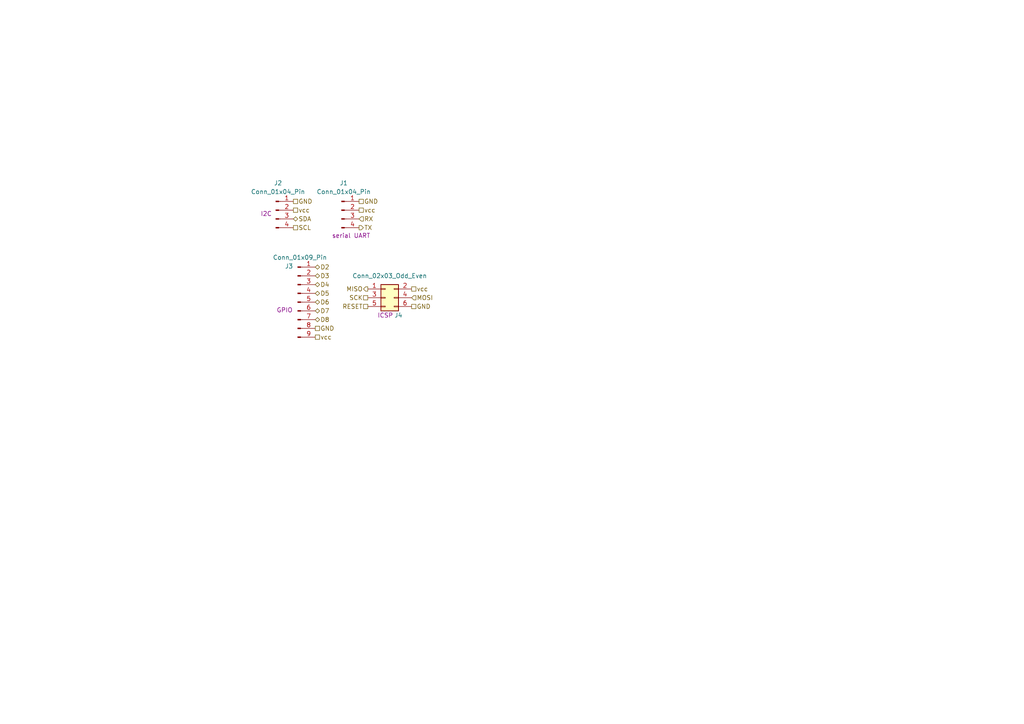
<source format=kicad_sch>
(kicad_sch (version 20250114) (generator "eeschema") (generator_version "9.0")
  (paper "A4")
  (title_block (title "${project_name}") (date "2025-06-19") (rev "1"))
  (lib_symbols
    (symbol "Connector:Conn_01x04_Pin" (pin_names (offset 1.016) (hide yes))
      (property "Reference" "J" (at 0 5.08 0))
      (property "Value" "Conn_01x04_Pin" (at 0 -7.62 0))
      (symbol "Conn_01x04_Pin_1_1"
        (rectangle (start 0.8636 2.667) (end 0 2.413) (stroke (width 0.1524)) (fill (type outline)))
        (rectangle (start 0.8636 0.127) (end 0 -0.127) (stroke (width 0.1524)) (fill (type outline)))
        (rectangle (start 0.8636 -2.413) (end 0 -2.667) (stroke (width 0.1524)) (fill (type outline)))
        (rectangle (start 0.8636 -4.953) (end 0 -5.207) (stroke (width 0.1524)) (fill (type outline)))
        (polyline (pts (xy 1.27 2.54) (xy 0.8636 2.54)) (stroke (width 0.1524)))
        (polyline (pts (xy 1.27 0) (xy 0.8636 0)) (stroke (width 0.1524)))
        (polyline (pts (xy 1.27 -2.54) (xy 0.8636 -2.54)) (stroke (width 0.1524)))
        (polyline (pts (xy 1.27 -5.08) (xy 0.8636 -5.08)) (stroke (width 0.1524)))
        (pin passive line (at 5.08 2.54 180) (length 3.81) (name "Pin_1") (number "1"))
        (pin passive line (at 5.08 0 180) (length 3.81) (name "Pin_2") (number "2"))
        (pin passive line (at 5.08 -2.54 180) (length 3.81) (name "Pin_3") (number "3"))
        (pin passive line (at 5.08 -5.08 180) (length 3.81) (name "Pin_4") (number "4"))
      )
    )
    (symbol "Connector:Conn_01x09_Pin" (pin_names (offset 1.016) (hide yes))
      (property "Reference" "J" (at 0 12.7 0))
      (property "Value" "Conn_01x09_Pin" (at 0 -12.7 0))
      (symbol "Conn_01x09_Pin_1_1"
        (rectangle (start 0.8636 10.287) (end 0 10.033) (stroke (width 0.1524)) (fill (type outline)))
        (rectangle (start 0.8636 7.747) (end 0 7.493) (stroke (width 0.1524)) (fill (type outline)))
        (rectangle (start 0.8636 5.207) (end 0 4.953) (stroke (width 0.1524)) (fill (type outline)))
        (rectangle (start 0.8636 2.667) (end 0 2.413) (stroke (width 0.1524)) (fill (type outline)))
        (rectangle (start 0.8636 0.127) (end 0 -0.127) (stroke (width 0.1524)) (fill (type outline)))
        (rectangle (start 0.8636 -2.413) (end 0 -2.667) (stroke (width 0.1524)) (fill (type outline)))
        (rectangle (start 0.8636 -4.953) (end 0 -5.207) (stroke (width 0.1524)) (fill (type outline)))
        (rectangle (start 0.8636 -7.493) (end 0 -7.747) (stroke (width 0.1524)) (fill (type outline)))
        (rectangle (start 0.8636 -10.033) (end 0 -10.287) (stroke (width 0.1524)) (fill (type outline)))
        (polyline (pts (xy 1.27 10.16) (xy 0.8636 10.16)) (stroke (width 0.1524)))
        (polyline (pts (xy 1.27 7.62) (xy 0.8636 7.62)) (stroke (width 0.1524)))
        (polyline (pts (xy 1.27 5.08) (xy 0.8636 5.08)) (stroke (width 0.1524)))
        (polyline (pts (xy 1.27 2.54) (xy 0.8636 2.54)) (stroke (width 0.1524)))
        (polyline (pts (xy 1.27 0) (xy 0.8636 0)) (stroke (width 0.1524)))
        (polyline (pts (xy 1.27 -2.54) (xy 0.8636 -2.54)) (stroke (width 0.1524)))
        (polyline (pts (xy 1.27 -5.08) (xy 0.8636 -5.08)) (stroke (width 0.1524)))
        (polyline (pts (xy 1.27 -7.62) (xy 0.8636 -7.62)) (stroke (width 0.1524)))
        (polyline (pts (xy 1.27 -10.16) (xy 0.8636 -10.16)) (stroke (width 0.1524)))
        (pin passive line (at 5.08 10.16 180) (length 3.81) (name "Pin_1") (number "1"))
        (pin passive line (at 5.08 7.62 180) (length 3.81) (name "Pin_2") (number "2"))
        (pin passive line (at 5.08 5.08 180) (length 3.81) (name "Pin_3") (number "3"))
        (pin passive line (at 5.08 2.54 180) (length 3.81) (name "Pin_4") (number "4"))
        (pin passive line (at 5.08 0 180) (length 3.81) (name "Pin_5") (number "5"))
        (pin passive line (at 5.08 -2.54 180) (length 3.81) (name "Pin_6") (number "6"))
        (pin passive line (at 5.08 -5.08 180) (length 3.81) (name "Pin_7") (number "7"))
        (pin passive line (at 5.08 -7.62 180) (length 3.81) (name "Pin_8") (number "8"))
        (pin passive line (at 5.08 -10.16 180) (length 3.81) (name "Pin_9") (number "9"))
      )
    )
    (symbol "Connector_Generic:Conn_02x03_Odd_Even" (pin_names (offset 1.016) (hide yes))
      (property "Reference" "J" (at 1.27 5.08 0))
      (property "Value" "Conn_02x03_Odd_Even" (at 1.27 -5.08 0))
      (symbol "Conn_02x03_Odd_Even_1_1"
        (rectangle (start -1.27 3.81) (end 3.81 -3.81) (stroke (width 0.254)) (fill (type background)))
        (rectangle (start -1.27 2.667) (end 0 2.413) (stroke (width 0.1524)))
        (rectangle (start -1.27 0.127) (end 0 -0.127) (stroke (width 0.1524)))
        (rectangle (start -1.27 -2.413) (end 0 -2.667) (stroke (width 0.1524)))
        (rectangle (start 3.81 2.667) (end 2.54 2.413) (stroke (width 0.1524)))
        (rectangle (start 3.81 0.127) (end 2.54 -0.127) (stroke (width 0.1524)))
        (rectangle (start 3.81 -2.413) (end 2.54 -2.667) (stroke (width 0.1524)))
        (pin passive line (at -5.08 2.54 0) (length 3.81) (name "Pin_1") (number "1"))
        (pin passive line (at -5.08 0 0) (length 3.81) (name "Pin_3") (number "3"))
        (pin passive line (at -5.08 -2.54 0) (length 3.81) (name "Pin_5") (number "5"))
        (pin passive line (at 7.62 2.54 180) (length 3.81) (name "Pin_2") (number "2"))
        (pin passive line (at 7.62 0 180) (length 3.81) (name "Pin_4") (number "4"))
        (pin passive line (at 7.62 -2.54 180) (length 3.81) (name "Pin_6") (number "6"))
      )
    )
  )
  (hierarchical_label "D5" (shape bidirectional) (at 91.44 85.09 0))
  (hierarchical_label "MOSI" (shape input) (at 119.38 86.36 0))
  (hierarchical_label "SDA" (shape bidirectional) (at 85.09 63.5 0))
  (hierarchical_label "D2" (shape bidirectional) (at 91.44 77.47 0))
  (hierarchical_label "GND" (shape passive) (at 104.14 58.42 0))
  (hierarchical_label "GND" (shape passive) (at 91.44 95.25 0))
  (hierarchical_label "RESET" (shape passive) (at 106.68 88.9 180))
  (hierarchical_label "RX" (shape input) (at 104.14 63.5 0))
  (hierarchical_label "GND" (shape passive) (at 85.09 58.42 0))
  (hierarchical_label "vcc" (shape passive) (at 104.14 60.96 0))
  (hierarchical_label "D7" (shape bidirectional) (at 91.44 90.17 0))
  (hierarchical_label "vcc" (shape passive) (at 85.09 60.96 0))
  (hierarchical_label "TX" (shape output) (at 104.14 66.04 0))
  (hierarchical_label "SCL" (shape passive) (at 85.09 66.04 0))
  (hierarchical_label "D6" (shape bidirectional) (at 91.44 87.63 0))
  (hierarchical_label "GND" (shape passive) (at 119.38 88.9 0))
  (hierarchical_label "vcc" (shape passive) (at 91.44 97.79 0))
  (hierarchical_label "SCK" (shape passive) (at 106.68 86.36 180))
  (hierarchical_label "MISO" (shape output) (at 106.68 83.82 180))
  (hierarchical_label "D4" (shape bidirectional) (at 91.44 82.55 0))
  (hierarchical_label "D8" (shape bidirectional) (at 91.44 92.71 0))
  (hierarchical_label "D3" (shape bidirectional) (at 91.44 80.01 0))
  (hierarchical_label "vcc" (shape passive) (at 119.38 83.82 0))
  (symbol (lib_id "Connector:Conn_01x04_Pin") (at 80.01 60.96 0) (unit 1)
    (property "Reference" "J2" (at 80.645 53.086 0))
    (property "Value" "Conn_01x04_Pin" (at 80.645 55.626 0))
    (property "Footprint" "Connector_PinHeader_2.54mm:PinHeader_1x04_P2.54mm_Vertical" (effects (hide yes)))
    (property "Description" "Generic connector, single row, 01x04, script generated" (effects (hide yes)))
    (property "purpose" "I2C" (at 77.216 61.976 0))
  )
  (symbol (lib_id "Connector:Conn_01x09_Pin") (at 86.36 87.63 0) (unit 1)
    (property "Reference" "J3" (at 83.82 77.216 0))
    (property "Value" "Conn_01x09_Pin" (at 86.995 74.676 0))
    (property "Footprint" "Connector_PinHeader_2.54mm:PinHeader_1x09_P2.54mm_Vertical" (effects (hide yes)))
    (property "Description" "Generic connector, single row, 01x09, script generated" (effects (hide yes)))
    (property "PURPOSE" "GPIO" (at 82.55 89.916 0))
  )
  (symbol (lib_id "Connector_Generic:Conn_02x03_Odd_Even") (at 111.76 86.36 0) (unit 1)
    (property "Reference" "J4" (at 115.57 91.44 0))
    (property "Value" "Conn_02x03_Odd_Even" (at 113.03 80.01 0))
    (property "Footprint" "Connector_PinHeader_2.54mm:PinHeader_2x03_P2.54mm_Vertical" (effects (hide yes)))
    (property "Description" "Generic connector, double row, 02x03, odd/even pin numbering scheme (row 1 odd numbers, row 2 even numbers), script generated (kicad-library-utils/schlib/autogen/connector/)" (effects (hide yes)))
    (property "PURPOSE" "ICSP" (at 111.76 91.44 0))
  )
  (symbol (lib_id "Connector:Conn_01x04_Pin") (at 99.06 60.96 0) (unit 1)
    (property "Reference" "J1" (at 99.695 53.086 0))
    (property "Value" "Conn_01x04_Pin" (at 99.695 55.626 0))
    (property "Footprint" "Connector_PinHeader_2.54mm:PinHeader_1x04_P2.54mm_Vertical" (effects (hide yes)))
    (property "Description" "Generic connector, single row, 01x04, script generated" (effects (hide yes)))
    (property "purpose" "serial UART" (at 101.854 68.326 0))
  )
)
</source>
